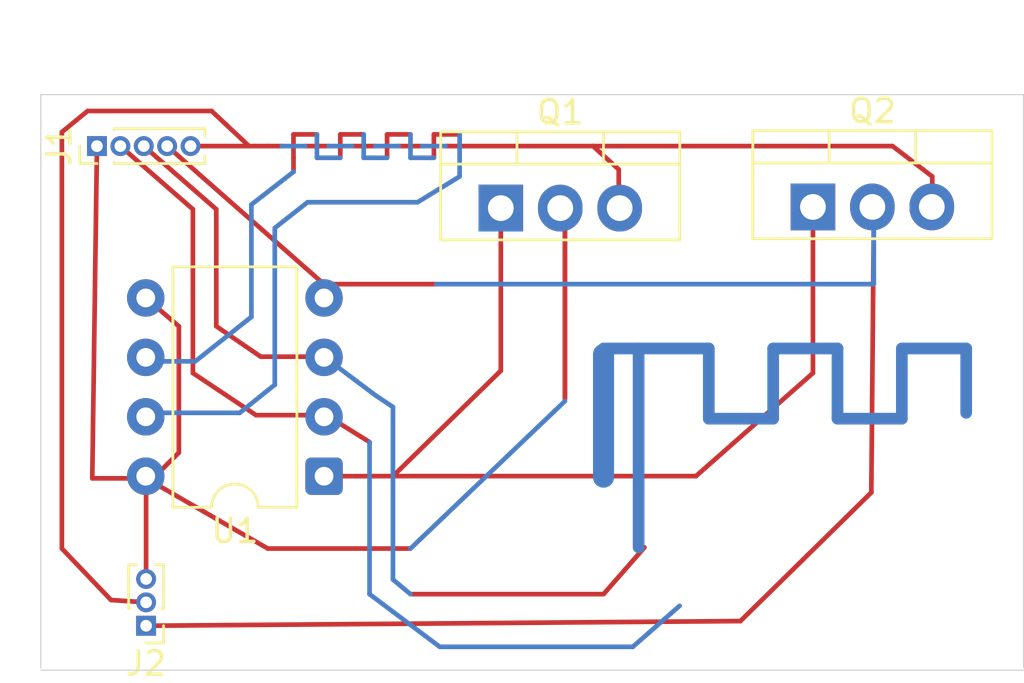
<source format=kicad_pcb>
(kicad_pcb (version 20241229) (generator "pcbnew") (generator_version "9.0")
  (layers (0 "F.Cu" signal) (2 "B.Cu" signal) (13 "F.Paste" user) (15 "B.Paste" user) (5 "F.SilkS" user "F.Silkscreen") (7 "B.SilkS" user "B.Silkscreen") (1 "F.Mask" user) (3 "B.Mask" user) (25 "Edge.Cuts" user))
  (net 0 "")
  (net 1 "/DC+")
  (net 2 "/Earth")
  (net 3 "Net-(Q1-G)")
  (net 4 "/DC-")
  (net 5 "Net-(U1B-+)")
  (net 6 "/Signal+")
  (footprint "Package_TO_SOT_THT:TO-220-3_Vertical" (layer "F.Cu") (at 87.7 35.7)
    (property "Reference" "Q2" (at 2.54 -4.1 0) (layer "F.SilkS"))
    (property "Value" "IRF540N")
    (fp_line (start -2.57 -3.26) (end 7.65 -3.26) (stroke (width 0.12)) (layer "F.SilkS"))
    (fp_line (start -2.57 -1.88) (end 7.65 -1.88) (stroke (width 0.12)) (layer "F.SilkS"))
    (fp_line (start -2.57 1.36) (end -2.57 -3.26) (stroke (width 0.12)) (layer "F.SilkS"))
    (fp_line (start 0.69 -3.26) (end 0.69 -1.88) (stroke (width 0.12)) (layer "F.SilkS"))
    (fp_line (start 4.39 -3.26) (end 4.39 -1.88) (stroke (width 0.12)) (layer "F.SilkS"))
    (fp_line (start 7.65 -3.26) (end 7.65 1.36) (stroke (width 0.12)) (layer "F.SilkS"))
    (fp_line (start 7.65 1.36) (end -2.57 1.36) (stroke (width 0.12)) (layer "F.SilkS"))
    (pad "1" thru_hole rect (at 0 0) (size 1.905 2) (drill 1.1) (layers "*.Cu" "*.Mask") (net 3 "Net-(Q1-G)"))
    (pad "2" thru_hole oval (at 2.54 0) (size 1.905 2) (drill 1.1) (layers "*.Cu" "*.Mask") (net 4 "/DC-"))
    (pad "3" thru_hole oval (at 5.08 0) (size 1.905 2) (drill 1.1) (layers "*.Cu" "*.Mask") (net 2 "/Earth"))
  )
  (footprint "Package_TO_SOT_THT:TO-220-3_Vertical" (layer "F.Cu") (at 74.36 35.75)
    (property "Reference" "Q1" (at 2.54 -4.1 0) (layer "F.SilkS"))
    (property "Value" "IRF540N")
    (fp_line (start -2.57 -3.26) (end 7.65 -3.26) (stroke (width 0.12)) (layer "F.SilkS"))
    (fp_line (start -2.57 -1.88) (end 7.65 -1.88) (stroke (width 0.12)) (layer "F.SilkS"))
    (fp_line (start -2.57 1.36) (end -2.57 -3.26) (stroke (width 0.12)) (layer "F.SilkS"))
    (fp_line (start 0.69 -3.26) (end 0.69 -1.88) (stroke (width 0.12)) (layer "F.SilkS"))
    (fp_line (start 4.39 -3.26) (end 4.39 -1.88) (stroke (width 0.12)) (layer "F.SilkS"))
    (fp_line (start 7.65 -3.26) (end 7.65 1.36) (stroke (width 0.12)) (layer "F.SilkS"))
    (fp_line (start 7.65 1.36) (end -2.57 1.36) (stroke (width 0.12)) (layer "F.SilkS"))
    (pad "1" thru_hole rect (at 0 0) (size 1.905 2) (drill 1.1) (layers "*.Cu" "*.Mask") (net 3 "Net-(Q1-G)"))
    (pad "2" thru_hole oval (at 2.54 0) (size 1.905 2) (drill 1.1) (layers "*.Cu" "*.Mask") (net 1 "/DC+"))
    (pad "3" thru_hole oval (at 5.08 0) (size 1.905 2) (drill 1.1) (layers "*.Cu" "*.Mask") (net 2 "/Earth"))
  )
  (footprint "Connector_PinHeader_1.00mm:PinHeader_1x05_P1.00mm_Vertical" (layer "F.Cu") (at 57.1 33.1 90)
    (property "Reference" "J1" (at 0 -1.61 90) (layer "F.SilkS"))
    (property "Value" "Conn_01x05_Pin")
    (fp_line (start -0.745 -0.735) (end 0 -0.735) (stroke (width 0.12)) (layer "F.SilkS"))
    (fp_line (start -0.745 0) (end -0.745 -0.735) (stroke (width 0.12)) (layer "F.SilkS"))
    (fp_line (start 0.745 0.735) (end 0.745 4.61) (stroke (width 0.12)) (layer "F.SilkS"))
    (fp_line (start 0.685565 0.735) (end 0.745 0.735) (stroke (width 0.12)) (layer "F.SilkS"))
    (fp_line (start -0.745 0.735) (end -0.685565 0.735) (stroke (width 0.12)) (layer "F.SilkS"))
    (fp_line (start -0.745 0.735) (end -0.745 4.61) (stroke (width 0.12)) (layer "F.SilkS"))
    (fp_line (start 0.41003 4.61) (end 0.745 4.61) (stroke (width 0.12)) (layer "F.SilkS"))
    (fp_line (start -0.745 4.61) (end -0.41003 4.61) (stroke (width 0.12)) (layer "F.SilkS"))
    (pad "1" thru_hole rect (at 0 0 90) (size 0.85 0.85) (drill 0.5) (layers "*.Cu" "*.Mask") (net 1 "/DC+"))
    (pad "2" thru_hole circle (at 0 1 90) (size 0.85 0.85) (drill 0.5) (layers "*.Cu" "*.Mask") (net 6 "/Signal+"))
    (pad "3" thru_hole circle (at 0 2 90) (size 0.85 0.85) (drill 0.5) (layers "*.Cu" "*.Mask") (net 6 "/Signal+"))
    (pad "4" thru_hole circle (at 0 3 90) (size 0.85 0.85) (drill 0.5) (layers "*.Cu" "*.Mask") (net 4 "/DC-"))
    (pad "5" thru_hole circle (at 0 4 90) (size 0.85 0.85) (drill 0.5) (layers "*.Cu" "*.Mask") (net 2 "/Earth"))
  )
  (footprint "Connector_PinHeader_1.00mm:PinHeader_1x03_P1.00mm_Vertical" (layer "F.Cu") (at 59.2 53.6 180)
    (property "Reference" "J2" (at 0 -1.61 0) (layer "F.SilkS"))
    (property "Value" "Conn_01x03_Pin")
    (fp_line (start 0.745 0.735) (end 0.745 2.61) (stroke (width 0.12)) (layer "F.SilkS"))
    (fp_line (start 0.685565 0.735) (end 0.745 0.735) (stroke (width 0.12)) (layer "F.SilkS"))
    (fp_line (start 0.41003 2.61) (end 0.745 2.61) (stroke (width 0.12)) (layer "F.SilkS"))
    (fp_line (start -0.745 2.61) (end -0.41003 2.61) (stroke (width 0.12)) (layer "F.SilkS"))
    (fp_line (start -0.745 0.735) (end -0.685565 0.735) (stroke (width 0.12)) (layer "F.SilkS"))
    (fp_line (start -0.745 0.735) (end -0.745 2.61) (stroke (width 0.12)) (layer "F.SilkS"))
    (fp_line (start -0.745 0) (end -0.745 -0.735) (stroke (width 0.12)) (layer "F.SilkS"))
    (fp_line (start -0.745 -0.735) (end 0 -0.735) (stroke (width 0.12)) (layer "F.SilkS"))
    (pad "1" thru_hole rect (at 0 0 180) (size 0.85 0.85) (drill 0.5) (layers "*.Cu" "*.Mask") (net 4 "/DC-"))
    (pad "2" thru_hole circle (at 0 1 180) (size 0.85 0.85) (drill 0.5) (layers "*.Cu" "*.Mask") (net 2 "/Earth"))
    (pad "3" thru_hole circle (at 0 2 180) (size 0.85 0.85) (drill 0.5) (layers "*.Cu" "*.Mask") (net 1 "/DC+"))
  )
  (footprint "Package_DIP:DIP-8_W7.62mm" (layer "F.Cu") (at 66.805 47.21 180)
    (property "Reference" "U1" (at 3.81 -2.33 0) (layer "F.SilkS"))
    (property "Value" "OPA2134")
    (fp_line (start 6.46 8.95) (end 6.46 -1.33) (stroke (width 0.12)) (layer "F.SilkS"))
    (fp_line (start 6.46 -1.33) (end 4.81 -1.33) (stroke (width 0.12)) (layer "F.SilkS"))
    (fp_line (start 2.81 -1.33) (end 1.16 -1.33) (stroke (width 0.12)) (layer "F.SilkS"))
    (fp_line (start 1.16 8.95) (end 6.46 8.95) (stroke (width 0.12)) (layer "F.SilkS"))
    (fp_line (start 1.16 -1.33) (end 1.16 8.95) (stroke (width 0.12)) (layer "F.SilkS"))
    (fp_arc (start 4.81 -1.33) (mid 3.81 -0.33) (end 2.81 -1.33) (stroke (width 0.12)) (layer "F.SilkS"))
    (pad "1" thru_hole roundrect (at 0 0 180) (size 1.6 1.6) (drill 0.8) (layers "*.Cu" "*.Mask") (roundrect_rratio 0.15625) (net 3 "Net-(Q1-G)"))
    (pad "2" thru_hole circle (at 0 2.54 180) (size 1.6 1.6) (drill 0.8) (layers "*.Cu" "*.Mask") (net 6 "/Signal+"))
    (pad "3" thru_hole circle (at 0 5.08 180) (size 1.6 1.6) (drill 0.8) (layers "*.Cu" "*.Mask") (net 6 "/Signal+"))
    (pad "4" thru_hole circle (at 0 7.62 180) (size 1.6 1.6) (drill 0.8) (layers "*.Cu" "*.Mask") (net 4 "/DC-"))
    (pad "5" thru_hole circle (at 7.62 7.62 180) (size 1.6 1.6) (drill 0.8) (layers "*.Cu" "*.Mask") (net 5 "Net-(U1B-+)"))
    (pad "6" thru_hole circle (at 7.62 5.08 180) (size 1.6 1.6) (drill 0.8) (layers "*.Cu" "*.Mask") (net 5 "Net-(U1B-+)"))
    (pad "7" thru_hole circle (at 7.62 2.54 180) (size 1.6 1.6) (drill 0.8) (layers "*.Cu" "*.Mask") (net 2 "/Earth"))
    (pad "8" thru_hole circle (at 7.62 0 180) (size 1.6 1.6) (drill 0.8) (layers "*.Cu" "*.Mask") (net 1 "/DC+"))
  )
  (gr_line (start 87.7 42.8) (end 82.7 47.205) (stroke (width 0.2)) (layer "F.Cu") (net 3))
  (gr_line (start 68.4 32.6) (end 68.5 32.6) (stroke (width 0.2)) (layer "F.Cu"))
  (gr_line (start 65.5 33.6) (end 65.5 34.2) (stroke (width 0.2)) (layer "F.Cu"))
  (gr_line (start 55.6 50.3) (end 57.7 52.5) (stroke (width 0.2)) (layer "F.Cu") (net 2))
  (gr_line (start 78.3 33.1) (end 91.1 33.1) (stroke (width 0.2)) (layer "F.Cu") (net 2))
  (gr_line (start 90.2 47.3) (end 90.194445 47.905495) (stroke (width 0.2)) (layer "F.Cu") (net 4))
  (gr_line (start 60.1 33.1) (end 66.8 39) (stroke (width 0.2)) (layer "F.Cu") (net 4))
  (gr_line (start 55.6 32.5) (end 55.6 50.3) (stroke (width 0.2)) (layer "F.Cu") (net 2))
  (gr_line (start 57.7 52.5) (end 59.2 52.6) (stroke (width 0.2)) (layer "F.Cu") (net 2))
  (gr_line (start 58.1 33.1) (end 61.2 35.8) (stroke (width 0.2)) (layer "F.Cu") (net 6))
  (gr_line (start 68 33.1) (end 69 33.1) (stroke (width 0.2)) (layer "F.Cu"))
  (gr_line (start 66.8 39) (end 71.6 39) (stroke (width 0.2)) (layer "F.Cu") (net 4))
  (gr_line (start 67.5 32.6) (end 68.4 32.6) (stroke (width 0.2)) (layer "F.Cu"))
  (gr_line (start 66.9 44.6) (end 68.75 45.75) (stroke (width 0.2)) (layer "F.Cu") (net 6))
  (gr_line (start 60.6 46.2) (end 59.7 47.1) (stroke (width 0.2)) (layer "F.Cu"))
  (gr_line (start 64.4 33.1) (end 65 33.1) (stroke (width 0.2)) (layer "F.Cu") (net 2))
  (gr_line (start 69.5 33.6) (end 69.5 32.6) (stroke (width 0.2)) (layer "F.Cu"))
  (gr_line (start 65.5 32.6) (end 66.5 32.6) (stroke (width 0.2)) (layer "F.Cu"))
  (gr_line (start 64.4 50.3) (end 70.5 50.3) (stroke (width 0.2)) (layer "F.Cu") (net 1))
  (gr_line (start 59.2 47.3) (end 64.4 50.3) (stroke (width 0.2)) (layer "F.Cu") (net 1))
  (gr_line (start 59.2 51.3) (end 59.2 47.3) (stroke (width 0.2)) (layer "F.Cu") (net 1))
  (gr_line (start 57.1 33.1) (end 56.9 47.3) (stroke (width 0.2)) (layer "F.Cu") (net 1))
  (gr_line (start 63.6 33.1) (end 64.4 33.1) (stroke (width 0.2)) (layer "F.Cu") (net 2))
  (gr_line (start 87.7 35.7) (end 87.7 42.8) (stroke (width 0.2)) (layer "F.Cu") (net 3))
  (gr_line (start 82.7 47.205) (end 69.7525 47.205) (stroke (width 0.2)) (layer "F.Cu") (net 3))
  (gr_line (start 59.2 39.6) (end 60.6 40.8) (stroke (width 0.2)) (layer "F.Cu") (net 5))
  (gr_line (start 62 31.6) (end 56.7 31.6) (stroke (width 0.2)) (layer "F.Cu") (net 2))
  (gr_line (start 66.8 42.1) (end 64.1 42.1) (stroke (width 0.2)) (layer "F.Cu") (net 6))
  (gr_line (start 69.7525 47.205) (end 66.805 47.21) (stroke (width 0.2)) (layer "F.Cu") (net 3))
  (gr_line (start 78.75 52.25) (end 80.5 50.25) (stroke (width 0.2)) (layer "F.Cu"))
  (gr_line (start 63.6 33.1) (end 62 31.6) (stroke (width 0.2)) (layer "F.Cu") (net 2))
  (gr_line (start 70.5 52.25) (end 78.75 52.25) (stroke (width 0.2)) (layer "F.Cu"))
  (gr_line (start 71.5 33.6) (end 71.5 32.6) (stroke (width 0.2)) (layer "F.Cu"))
  (gr_line (start 78.3 33.1) (end 79.4 34.1) (stroke (width 0.2)) (layer "F.Cu") (net 2))
  (gr_line (start 69.5 32.6) (end 70.5 32.6) (stroke (width 0.2)) (layer "F.Cu"))
  (gr_line (start 61.2 35.8) (end 61.2 39.4) (stroke (width 0.2)) (layer "F.Cu") (net 6))
  (gr_line (start 65.5 33.6) (end 65.5 32.6) (stroke (width 0.2)) (layer "F.Cu"))
  (gr_line (start 91.1 33.1) (end 92.8 34.4) (stroke (width 0.2)) (layer "F.Cu") (net 2))
  (gr_line (start 63.6 33.1) (end 61.4 33.1) (stroke (width 0.2)) (layer "F.Cu") (net 2))
  (gr_line (start 59.2 53.6) (end 84.6 53.4) (stroke (width 0.2)) (layer "F.Cu") (net 4))
  (gr_line (start 77.1 43.9) (end 77.1 36.4) (stroke (width 0.2)) (layer "F.Cu") (net 1))
  (gr_line (start 84.6 53.4) (end 90.2 47.9) (stroke (width 0.2)) (layer "F.Cu") (net 4))
  (gr_line (start 66.9 44.6) (end 63.9 44.6) (stroke (width 0.2)) (layer "F.Cu") (net 6))
  (gr_line (start 67.5 33.6) (end 67.5 32.6) (stroke (width 0.2)) (layer "F.Cu"))
  (gr_line (start 74.36 35.75) (end 74.36 42.7) (stroke (width 0.2)) (layer "F.Cu") (net 3))
  (gr_line (start 74.36 42.7) (end 69.7525 47.205) (stroke (width 0.2)) (layer "F.Cu") (net 3))
  (gr_line (start 64.1 42.1) (end 62.2 40.8) (stroke (width 0.2)) (layer "F.Cu") (net 6))
  (gr_line (start 63.9 44.6) (end 61.2 42.8) (stroke (width 0.2)) (layer "F.Cu") (net 6))
  (gr_line (start 72 33.1) (end 78.3 33.1) (stroke (width 0.2)) (layer "F.Cu") (net 2))
  (gr_line (start 56.7 31.6) (end 55.6 32.5) (stroke (width 0.2)) (layer "F.Cu") (net 2))
  (gr_line (start 62.2 35.8) (end 59.1 33.1) (stroke (width 0.2)) (layer "F.Cu") (net 6))
  (gr_line (start 90.3 36.4) (end 90.2 47.3) (stroke (width 0.2)) (layer "F.Cu") (net 4))
  (gr_line (start 62.2 40.8) (end 62.2 35.8) (stroke (width 0.2)) (layer "F.Cu") (net 6))
  (gr_line (start 77.1 43.9) (end 77.1 36.4) (stroke (width 0.2)) (layer "F.Cu") (net 1))
  (gr_line (start 61.2 39.4) (end 61.2 42.8) (stroke (width 0.2)) (layer "F.Cu") (net 6))
  (gr_line (start 60.6 40.8) (end 60.6 46.2) (stroke (width 0.2)) (layer "F.Cu") (net 5))
  (gr_line (start 92.8 34.4) (end 92.8 35.1) (stroke (width 0.2)) (layer "F.Cu") (net 2))
  (gr_line (start 71.5 32.6) (end 72.5 32.6) (stroke (width 0.2)) (layer "F.Cu"))
  (gr_line (start 79.4 34.1) (end 79.4 35.1) (stroke (width 0.2)) (layer "F.Cu") (net 2))
  (gr_line (start 56.9 47.3) (end 59.2 47.3) (stroke (width 0.2)) (layer "F.Cu") (net 1))
  (gr_line (start 66 33.1) (end 67 33.1) (stroke (width 0.2)) (layer "F.Cu"))
  (gr_line (start 70 33.1) (end 71 33.1) (stroke (width 0.2)) (layer "F.Cu"))
  (gr_line (start 71 33.1) (end 72 33.1) (stroke (width 0.2)) (layer "B.Cu"))
  (gr_line (start 71.75 54.5) (end 80 54.5) (stroke (width 0.2)) (layer "B.Cu"))
  (gr_line (start 86 41.75) (end 86 44.75) (stroke (width 0.5)) (layer "B.Cu"))
  (gr_line (start 78.75 43.5) (end 78.75 43.25) (stroke (width 0.2)) (layer "B.Cu"))
  (gr_line (start 66.1 35.5) (end 70.8 35.5) (stroke (width 0.2)) (layer "B.Cu") (net 2))
  (gr_line (start 65.5 34.2) (end 63.7 35.6) (stroke (width 0.2)) (layer "B.Cu") (net 5))
  (gr_line (start 68.5 32.6) (end 68.5 33.6) (stroke (width 0.2)) (layer "B.Cu"))
  (gr_line (start 94.25 44.5) (end 94.25 41.75) (stroke (width 0.5)) (layer "B.Cu"))
  (gr_line (start 69 43.75) (end 69.75 44.25) (stroke (width 0.2)) (layer "B.Cu") (net 6))
  (gr_line (start 69.75 44.25) (end 69.75 51.625) (stroke (width 0.2)) (layer "B.Cu") (net 6))
  (gr_line (start 63.7 40.4) (end 61.3 42.3) (stroke (width 0.2)) (layer "B.Cu") (net 5))
  (gr_line (start 70.5 32.6) (end 70.5 33.6) (stroke (width 0.2)) (layer "B.Cu"))
  (gr_line (start 70.8 35.5) (end 72.6 34.4) (stroke (width 0.2)) (layer "B.Cu") (net 2))
  (gr_line (start 70.5 33.6) (end 71.4 33.6) (stroke (width 0.2)) (layer "B.Cu"))
  (gr_line (start 83.25 41.75) (end 78.75 41.75) (stroke (width 0.5)) (layer "B.Cu"))
  (gr_line (start 94.25 41.75) (end 91.5 41.75) (stroke (width 0.5)) (layer "B.Cu"))
  (gr_line (start 64.7 36.6) (end 66.1 35.5) (stroke (width 0.2)) (layer "B.Cu") (net 2))
  (gr_line (start 63.2 44.5) (end 59.8 44.5) (stroke (width 0.2)) (layer "B.Cu") (net 2))
  (gr_line (start 80 54.5) (end 82 52.75) (stroke (width 0.2)) (layer "B.Cu"))
  (gr_line (start 64.7 36.6) (end 64.7 43.3) (stroke (width 0.2)) (layer "B.Cu") (net 2))
  (gr_line (start 83.25 41.75) (end 83.25 44.75) (stroke (width 0.5)) (layer "B.Cu"))
  (gr_line (start 69 33.1) (end 70 33.1) (stroke (width 0.2)) (layer "B.Cu"))
  (gr_line (start 66.5 33.6) (end 67.5 33.6) (stroke (width 0.2)) (layer "B.Cu"))
  (gr_line (start 91.5 44.75) (end 88.75 44.75) (stroke (width 0.5)) (layer "B.Cu"))
  (gr_line (start 78.75 42) (end 78.75 47.25) (stroke (width 0.9)) (layer "B.Cu"))
  (gr_line (start 69.75 51.625) (end 70.5 52.25) (stroke (width 0.2)) (layer "B.Cu") (net 6))
  (gr_line (start 68.5 33.6) (end 69.5 33.6) (stroke (width 0.2)) (layer "B.Cu"))
  (gr_line (start 67 33.1) (end 68 33.1) (stroke (width 0.2)) (layer "B.Cu"))
  (gr_line (start 90.3 39) (end 90.3 35.7) (stroke (width 0.2)) (layer "B.Cu") (net 4))
  (gr_line (start 86 44.75) (end 83.25 44.75) (stroke (width 0.5)) (layer "B.Cu"))
  (gr_line (start 72.6 34.4) (end 72.6 32.6) (stroke (width 0.2)) (layer "B.Cu") (net 2))
  (gr_line (start 61.3 42.3) (end 59.6 42.3) (stroke (width 0.2)) (layer "B.Cu") (net 5))
  (gr_line (start 63.7 35.6) (end 63.7 40.4) (stroke (width 0.2)) (layer "B.Cu") (net 5))
  (gr_line (start 65 33.1) (end 66 33.1) (stroke (width 0.2)) (layer "B.Cu"))
  (gr_line (start 68.75 45.75) (end 68.75 52.25) (stroke (width 0.2)) (layer "B.Cu"))
  (gr_line (start 91.5 41.75) (end 91.5 44.75) (stroke (width 0.5)) (layer "B.Cu"))
  (gr_line (start 80.25 41.75) (end 80.25 50.25) (stroke (width 0.5)) (layer "B.Cu"))
  (gr_line (start 66.8 42.1) (end 69 43.75) (stroke (width 0.2)) (layer "B.Cu") (net 6))
  (gr_line (start 71.6 39) (end 90.3 39) (stroke (width 0.2)) (layer "B.Cu") (net 4))
  (gr_line (start 66.5 32.6) (end 66.5 33.6) (stroke (width 0.2)) (layer "B.Cu"))
  (gr_line (start 64.7 43.3) (end 63.2 44.5) (stroke (width 0.2)) (layer "B.Cu") (net 2))
  (gr_line (start 70.5 50.3) (end 77.1 44) (stroke (width 0.2)) (layer "B.Cu"))
  (gr_line (start 71.4 33.6) (end 71.5 33.6) (stroke (width 0.2)) (layer "B.Cu"))
  (gr_line (start 88.75 41.75) (end 86 41.75) (stroke (width 0.5)) (layer "B.Cu"))
  (gr_line (start 88.75 44.75) (end 88.75 41.75) (stroke (width 0.5)) (layer "B.Cu"))
  (gr_line (start 68.75 52.25) (end 71.75 54.5) (stroke (width 0.2)) (layer "B.Cu"))
  (gr_line (start 54.7 55.5) (end 96.7 55.5) (stroke (width 0.05)) (layer "Edge.Cuts"))
  (gr_line (start 54.7 30.9) (end 54.7 55.4) (stroke (width 0.05)) (layer "Edge.Cuts"))
  (gr_line (start 96.7 55.4) (end 96.7 30.9) (stroke (width 0.05)) (layer "Edge.Cuts"))
  (gr_line (start 54.7 30.9) (end 96.7 30.9) (stroke (width 0.05)) (layer "Edge.Cuts"))
)
</source>
